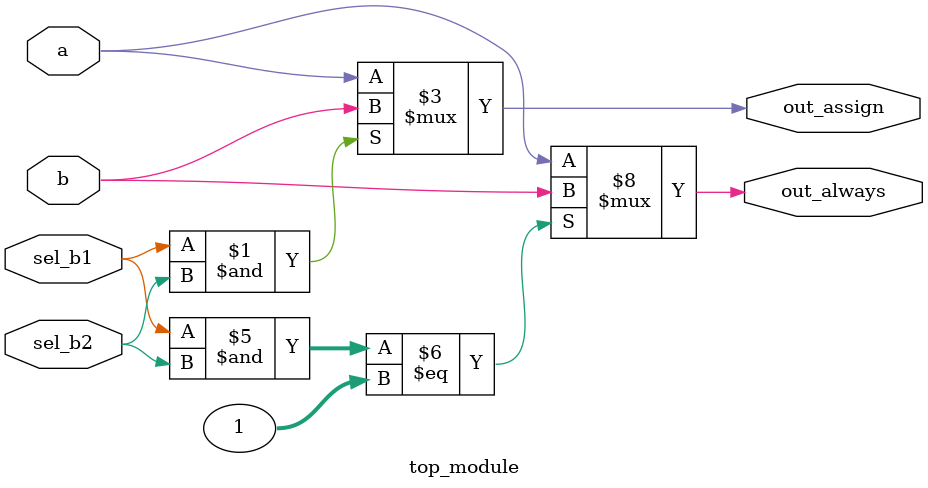
<source format=v>
module top_module(
    input a,
    input b,
    input sel_b1,
    input sel_b2,
    output wire out_assign,
    output reg out_always   ); 
	
	assign out_assign = ((sel_b1 & sel_b2) == 1'b1) ? b : a;
    always @(*) begin
        if ((sel_b1 & sel_b2) == 1) begin
            out_always = b;
        end
        else begin
            out_always = a;
        end
    end
    
endmodule

</source>
